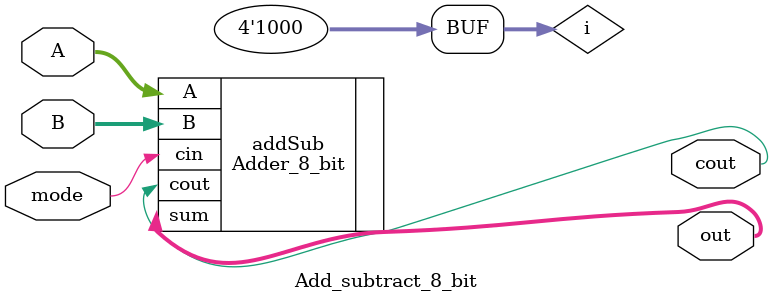
<source format=v>
`timescale 1ns / 1ps

module Add_subtract_8_bit(
input [7:0]A,
input [7:0]B,
input mode,
output [7:0]out,
output cout
    );
    
    reg [7:0]B_xor;
    reg [3:0]i;
    
    initial
      begin
        for(i = 1; i < 8; i = i+1)
          begin
          B_xor[i] = B[i] ^ i;
          end
      end
    
    Adder_8_bit addSub(.A(A),.B(B),.cin(mode),.sum(out),.cout(cout));
    
endmodule

</source>
